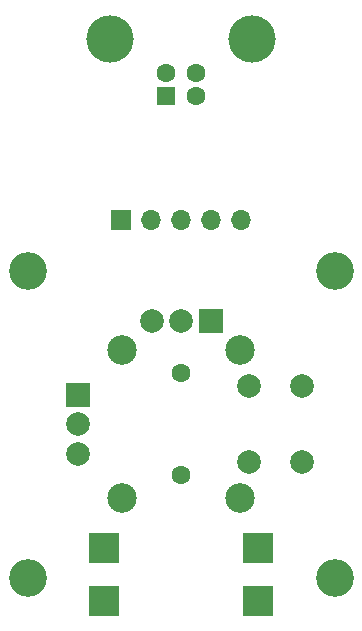
<source format=gbr>
%TF.GenerationSoftware,KiCad,Pcbnew,5.1.9-1.fc33*%
%TF.CreationDate,2021-01-18T20:35:51+01:00*%
%TF.ProjectId,Bottom,426f7474-6f6d-42e6-9b69-6361645f7063,rev?*%
%TF.SameCoordinates,PX4c4b400PY7270e00*%
%TF.FileFunction,Soldermask,Top*%
%TF.FilePolarity,Negative*%
%FSLAX46Y46*%
G04 Gerber Fmt 4.6, Leading zero omitted, Abs format (unit mm)*
G04 Created by KiCad (PCBNEW 5.1.9-1.fc33) date 2021-01-18 20:35:51*
%MOMM*%
%LPD*%
G01*
G04 APERTURE LIST*
%ADD10R,2.500000X2.500000*%
%ADD11R,1.600000X1.600000*%
%ADD12C,1.600000*%
%ADD13C,4.000000*%
%ADD14C,2.000000*%
%ADD15R,2.000000X2.000000*%
%ADD16C,2.500000*%
%ADD17O,1.700000X1.700000*%
%ADD18R,1.700000X1.700000*%
%ADD19C,3.200000*%
G04 APERTURE END LIST*
D10*
%TO.C,VBUS1*%
X13500000Y9500000D03*
%TD*%
%TO.C,GND1*%
X13500000Y5000000D03*
%TD*%
%TO.C,D-1*%
X26500000Y9500000D03*
%TD*%
%TO.C,D+1*%
X26500000Y5000000D03*
%TD*%
D11*
%TO.C,J1*%
X18750000Y47750000D03*
D12*
X21250000Y47750000D03*
X21250000Y49750000D03*
X18750000Y49750000D03*
D13*
X26000000Y52610000D03*
X14000000Y52610000D03*
%TD*%
D14*
%TO.C,T1*%
X30250000Y23250000D03*
X25750000Y16750000D03*
X30250000Y16750000D03*
X25750000Y23250000D03*
X20000000Y28730000D03*
D15*
X22500000Y28730000D03*
D14*
X17500000Y28730000D03*
D15*
X11270000Y22500000D03*
D14*
X11270000Y20000000D03*
X11270000Y17500000D03*
D16*
X15000000Y13700000D03*
X25000000Y26300000D03*
X25000000Y13700000D03*
X15000000Y26300000D03*
D12*
X20000000Y15700000D03*
X20000000Y24300000D03*
%TD*%
D17*
%TO.C,J2*%
X25080000Y37250000D03*
X22540000Y37250000D03*
X20000000Y37250000D03*
X17460000Y37250000D03*
D18*
X14920000Y37250000D03*
%TD*%
D19*
%TO.C,H4*%
X33000000Y7000000D03*
%TD*%
%TO.C,H3*%
X7000000Y7000000D03*
%TD*%
%TO.C,H2*%
X33000000Y33000000D03*
%TD*%
%TO.C,H1*%
X7000000Y33000000D03*
%TD*%
M02*

</source>
